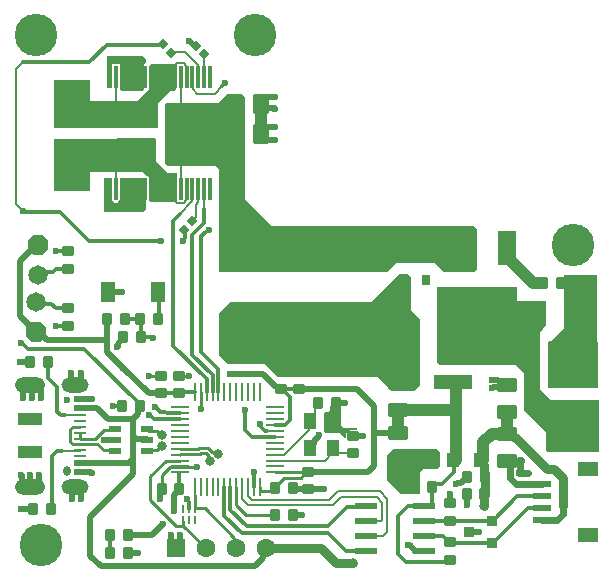
<source format=gbr>
%TF.GenerationSoftware,Altium Limited,Altium Designer,24.1.2 (44)*%
G04 Layer_Physical_Order=1*
G04 Layer_Color=255*
%FSLAX45Y45*%
%MOMM*%
%TF.SameCoordinates,21A1AB76-749C-4ABA-85A5-5522D30AEDF9*%
%TF.FilePolarity,Positive*%
%TF.FileFunction,Copper,L1,Top,Signal*%
%TF.Part,Single*%
G01*
G75*
%TA.AperFunction,SMDPad,CuDef*%
%ADD10R,3.00000X4.00000*%
%ADD11R,4.20000X4.00000*%
G04:AMPARAMS|DCode=12|XSize=0.8mm|YSize=1mm|CornerRadius=0.1mm|HoleSize=0mm|Usage=FLASHONLY|Rotation=0.000|XOffset=0mm|YOffset=0mm|HoleType=Round|Shape=RoundedRectangle|*
%AMROUNDEDRECTD12*
21,1,0.80000,0.80000,0,0,0.0*
21,1,0.60000,1.00000,0,0,0.0*
1,1,0.20000,0.30000,-0.40000*
1,1,0.20000,-0.30000,-0.40000*
1,1,0.20000,-0.30000,0.40000*
1,1,0.20000,0.30000,0.40000*
%
%ADD12ROUNDEDRECTD12*%
G04:AMPARAMS|DCode=13|XSize=1.3mm|YSize=1.1mm|CornerRadius=0.055mm|HoleSize=0mm|Usage=FLASHONLY|Rotation=90.000|XOffset=0mm|YOffset=0mm|HoleType=Round|Shape=RoundedRectangle|*
%AMROUNDEDRECTD13*
21,1,1.30000,0.99000,0,0,90.0*
21,1,1.19000,1.10000,0,0,90.0*
1,1,0.11000,0.49500,0.59500*
1,1,0.11000,0.49500,-0.59500*
1,1,0.11000,-0.49500,-0.59500*
1,1,0.11000,-0.49500,0.59500*
%
%ADD13ROUNDEDRECTD13*%
%ADD14R,2.00000X3.50000*%
G04:AMPARAMS|DCode=15|XSize=1.2mm|YSize=1.7mm|CornerRadius=0.15mm|HoleSize=0mm|Usage=FLASHONLY|Rotation=270.000|XOffset=0mm|YOffset=0mm|HoleType=Round|Shape=RoundedRectangle|*
%AMROUNDEDRECTD15*
21,1,1.20000,1.40000,0,0,270.0*
21,1,0.90000,1.70000,0,0,270.0*
1,1,0.30000,-0.70000,-0.45000*
1,1,0.30000,-0.70000,0.45000*
1,1,0.30000,0.70000,0.45000*
1,1,0.30000,0.70000,-0.45000*
%
%ADD15ROUNDEDRECTD15*%
G04:AMPARAMS|DCode=16|XSize=0.6mm|YSize=0.7mm|CornerRadius=0.075mm|HoleSize=0mm|Usage=FLASHONLY|Rotation=315.000|XOffset=0mm|YOffset=0mm|HoleType=Round|Shape=RoundedRectangle|*
%AMROUNDEDRECTD16*
21,1,0.60000,0.55000,0,0,315.0*
21,1,0.45000,0.70000,0,0,315.0*
1,1,0.15000,-0.03536,-0.35355*
1,1,0.15000,-0.35355,-0.03536*
1,1,0.15000,0.03536,0.35355*
1,1,0.15000,0.35355,0.03536*
%
%ADD16ROUNDEDRECTD16*%
%ADD17R,3.25000X4.95000*%
%ADD18R,3.25000X2.10000*%
G04:AMPARAMS|DCode=19|XSize=1.79mm|YSize=0.35mm|CornerRadius=0.04375mm|HoleSize=0mm|Usage=FLASHONLY|Rotation=90.000|XOffset=0mm|YOffset=0mm|HoleType=Round|Shape=RoundedRectangle|*
%AMROUNDEDRECTD19*
21,1,1.79000,0.26250,0,0,90.0*
21,1,1.70250,0.35000,0,0,90.0*
1,1,0.08750,0.13125,0.85125*
1,1,0.08750,0.13125,-0.85125*
1,1,0.08750,-0.13125,-0.85125*
1,1,0.08750,-0.13125,0.85125*
%
%ADD19ROUNDEDRECTD19*%
%ADD20R,0.84000X0.84000*%
%ADD21R,0.84000X0.90000*%
%ADD22R,1.50000X3.00000*%
%ADD23R,6.25000X6.60000*%
G04:AMPARAMS|DCode=24|XSize=0.6mm|YSize=0.7mm|CornerRadius=0.075mm|HoleSize=0mm|Usage=FLASHONLY|Rotation=225.000|XOffset=0mm|YOffset=0mm|HoleType=Round|Shape=RoundedRectangle|*
%AMROUNDEDRECTD24*
21,1,0.60000,0.55000,0,0,225.0*
21,1,0.45000,0.70000,0,0,225.0*
1,1,0.15000,-0.35355,0.03536*
1,1,0.15000,-0.03536,0.35355*
1,1,0.15000,0.35355,-0.03536*
1,1,0.15000,0.03536,-0.35355*
%
%ADD24ROUNDEDRECTD24*%
%TA.AperFunction,ConnectorPad*%
%ADD25R,2.00000X1.00000*%
%ADD26R,1.00000X0.27000*%
%ADD27R,1.00000X0.52000*%
%TA.AperFunction,SMDPad,CuDef*%
%ADD28R,0.25000X0.65000*%
%TA.AperFunction,ConnectorPad*%
%ADD29R,1.55000X0.60000*%
%ADD30R,1.80000X1.20000*%
%TA.AperFunction,SMDPad,CuDef*%
%ADD31O,0.25000X1.55000*%
%ADD32O,1.55000X0.25000*%
G04:AMPARAMS|DCode=33|XSize=0.8mm|YSize=1mm|CornerRadius=0.1mm|HoleSize=0mm|Usage=FLASHONLY|Rotation=90.000|XOffset=0mm|YOffset=0mm|HoleType=Round|Shape=RoundedRectangle|*
%AMROUNDEDRECTD33*
21,1,0.80000,0.80000,0,0,90.0*
21,1,0.60000,1.00000,0,0,90.0*
1,1,0.20000,0.40000,0.30000*
1,1,0.20000,0.40000,-0.30000*
1,1,0.20000,-0.40000,-0.30000*
1,1,0.20000,-0.40000,0.30000*
%
%ADD33ROUNDEDRECTD33*%
%ADD34R,1.98000X0.53000*%
%ADD35R,1.20000X1.70000*%
%ADD36R,0.97790X0.55880*%
%ADD37R,3.20000X1.30000*%
%ADD38R,1.00000X1.20000*%
%ADD39R,1.20000X1.20000*%
%ADD40R,0.80000X0.90000*%
%ADD41R,1.27000X2.10000*%
G04:AMPARAMS|DCode=42|XSize=1.4mm|YSize=1.7mm|CornerRadius=0.175mm|HoleSize=0mm|Usage=FLASHONLY|Rotation=180.000|XOffset=0mm|YOffset=0mm|HoleType=Round|Shape=RoundedRectangle|*
%AMROUNDEDRECTD42*
21,1,1.40000,1.35000,0,0,180.0*
21,1,1.05000,1.70000,0,0,180.0*
1,1,0.35000,-0.52500,0.67500*
1,1,0.35000,0.52500,0.67500*
1,1,0.35000,0.52500,-0.67500*
1,1,0.35000,-0.52500,-0.67500*
%
%ADD42ROUNDEDRECTD42*%
%TA.AperFunction,Conductor*%
%ADD43C,0.75000*%
%ADD44C,0.50000*%
%ADD45C,0.30000*%
%ADD46C,0.25400*%
%ADD47C,0.27869*%
%ADD48C,1.00000*%
%ADD49C,0.20000*%
%ADD50C,0.60000*%
%TA.AperFunction,ViaPad*%
%ADD51C,3.60000*%
%TA.AperFunction,ComponentPad*%
%ADD52C,1.65100*%
G04:AMPARAMS|DCode=53|XSize=1.651mm|YSize=1.651mm|CornerRadius=0mm|HoleSize=0mm|Usage=FLASHONLY|Rotation=90.000|XOffset=0mm|YOffset=0mm|HoleType=Round|Shape=Octagon|*
%AMOCTAGOND53*
4,1,8,0.41275,0.82550,-0.41275,0.82550,-0.82550,0.41275,-0.82550,-0.41275,-0.41275,-0.82550,0.41275,-0.82550,0.82550,-0.41275,0.82550,0.41275,0.41275,0.82550,0.0*
%
%ADD53OCTAGOND53*%

%ADD54R,0.80800X0.80800*%
G04:AMPARAMS|DCode=55|XSize=0.85mm|YSize=0.6mm|CornerRadius=0.3mm|HoleSize=0mm|Usage=FLASHONLY|Rotation=270.000|XOffset=0mm|YOffset=0mm|HoleType=Round|Shape=RoundedRectangle|*
%AMROUNDEDRECTD55*
21,1,0.85000,0.00000,0,0,270.0*
21,1,0.25000,0.60000,0,0,270.0*
1,1,0.60000,0.00000,-0.12500*
1,1,0.60000,0.00000,0.12500*
1,1,0.60000,0.00000,0.12500*
1,1,0.60000,0.00000,-0.12500*
%
%ADD55ROUNDEDRECTD55*%
%ADD56C,0.60000*%
G04:AMPARAMS|DCode=57|XSize=1.3mm|YSize=2.6mm|CornerRadius=0.65mm|HoleSize=0mm|Usage=FLASHONLY|Rotation=270.000|XOffset=0mm|YOffset=0mm|HoleType=Round|Shape=RoundedRectangle|*
%AMROUNDEDRECTD57*
21,1,1.30000,1.30000,0,0,270.0*
21,1,0.00000,2.60000,0,0,270.0*
1,1,1.30000,-0.65000,0.00000*
1,1,1.30000,-0.65000,0.00000*
1,1,1.30000,0.65000,0.00000*
1,1,1.30000,0.65000,0.00000*
%
%ADD57ROUNDEDRECTD57*%
G04:AMPARAMS|DCode=58|XSize=1.3mm|YSize=2.3mm|CornerRadius=0.65mm|HoleSize=0mm|Usage=FLASHONLY|Rotation=270.000|XOffset=0mm|YOffset=0mm|HoleType=Round|Shape=RoundedRectangle|*
%AMROUNDEDRECTD58*
21,1,1.30000,1.00000,0,0,270.0*
21,1,0.00000,2.30000,0,0,270.0*
1,1,1.30000,-0.50000,0.00000*
1,1,1.30000,-0.50000,0.00000*
1,1,1.30000,0.50000,0.00000*
1,1,1.30000,0.50000,0.00000*
%
%ADD58ROUNDEDRECTD58*%
%ADD59C,1.60000*%
%ADD60R,1.60000X1.60000*%
%TA.AperFunction,ViaPad*%
%ADD61C,0.80000*%
%ADD62C,0.60000*%
G36*
X3683000Y6908800D02*
X3683000Y6642100D01*
X3670300Y6629400D01*
X3492500D01*
X3479800Y6642100D01*
Y6813199D01*
Y6852105D01*
X3406863D01*
Y6840298D01*
X3404215Y6836335D01*
X3402323Y6826825D01*
Y6656575D01*
X3400867Y6654800D01*
X3365500D01*
Y6921500D01*
X3670300D01*
X3683000Y6908800D01*
D02*
G37*
G36*
X3959602Y6844398D02*
X3954215Y6836336D01*
X3952323Y6826825D01*
Y6656575D01*
X3954215Y6647065D01*
X3954395Y6646795D01*
X3937000Y6629400D01*
X3898900D01*
X3797300Y6527800D01*
Y6311900D01*
X2921000D01*
Y6718300D01*
X3225800D01*
Y6540500D01*
X3619500D01*
X3712535Y6633535D01*
X3712936Y6633614D01*
X3720998Y6639002D01*
X3726386Y6647064D01*
X3728278Y6656575D01*
Y6826825D01*
X3726386Y6836336D01*
X3725765Y6837265D01*
X3746500Y6858000D01*
X3946000D01*
X3959602Y6844398D01*
D02*
G37*
G36*
X3784600Y6032500D02*
X3886200Y5930900D01*
X3955526D01*
Y5895298D01*
X3954215Y5893335D01*
X3952323Y5883825D01*
Y5713575D01*
X3954215Y5704064D01*
X3955526Y5702102D01*
Y5689600D01*
X3731995D01*
X3725207Y5702300D01*
X3726385Y5704064D01*
X3728277Y5713575D01*
Y5883825D01*
X3726385Y5893335D01*
X3720998Y5901398D01*
X3712935Y5906785D01*
X3705669Y5908230D01*
X3670300Y5943600D01*
X3225800D01*
Y5778500D01*
X2921000D01*
Y6172200D01*
Y6223000D01*
X3784600D01*
Y6032500D01*
D02*
G37*
G36*
X3695700Y5867399D02*
X3695700Y5626100D01*
X3670300Y5600700D01*
X3340100D01*
Y5892800D01*
X3394957D01*
X3402323Y5883825D01*
Y5713575D01*
X3404214Y5704065D01*
X3407447Y5699227D01*
Y5676900D01*
X3473844D01*
Y5700260D01*
X3476385Y5704065D01*
X3478277Y5713575D01*
Y5883825D01*
X3478232Y5884056D01*
X3492500Y5892800D01*
X3670300D01*
X3695700Y5867399D01*
D02*
G37*
G36*
X4533900Y6578600D02*
Y5715000D01*
X4762500Y5486400D01*
X6477000D01*
X6502400Y5461000D01*
Y5118100D01*
X6477000Y5092700D01*
X6223000D01*
X6146800Y5168900D01*
X5816600D01*
X5740400Y5092700D01*
X4318000D01*
Y5969000D01*
X4292600Y5994400D01*
X3886200D01*
X3860800Y6019800D01*
Y6515100D01*
X3859833Y6516067D01*
X3864694Y6527800D01*
X4305300D01*
X4381500Y6604000D01*
X4508500D01*
X4533900Y6578600D01*
D02*
G37*
G36*
X7518400Y4114800D02*
X7112000D01*
Y4508500D01*
X7124700D01*
X7239000Y4622800D01*
Y5067300D01*
X7518400D01*
Y4114800D01*
D02*
G37*
G36*
X5943600Y5054600D02*
Y4775200D01*
X6019800Y4699000D01*
Y4140200D01*
X5969000Y4089400D01*
X5778500D01*
X5664200Y4203700D01*
X4813300D01*
X4699000Y4318000D01*
X4394200D01*
X4318000Y4394200D01*
Y4749800D01*
X4406900Y4838700D01*
X5600700D01*
X5842000Y5080000D01*
X5918200D01*
X5943600Y5054600D01*
D02*
G37*
G36*
X5274957Y3955357D02*
X5289842Y3945411D01*
X5307400Y3941918D01*
X5346700D01*
Y3797300D01*
X5372100Y3771900D01*
X5480843D01*
X5485009Y3766382D01*
X5478683Y3753682D01*
X5436200D01*
X5418642Y3750189D01*
X5403757Y3740243D01*
X5403157Y3739643D01*
X5393211Y3724758D01*
X5389718Y3707200D01*
X5392489Y3693272D01*
X5380995Y3686805D01*
X5334000Y3733800D01*
X5219700D01*
X5207000Y3746500D01*
Y3898900D01*
X5219700Y3911600D01*
X5245100D01*
X5257800Y3924300D01*
Y3958174D01*
X5270500Y3962027D01*
X5274957Y3955357D01*
D02*
G37*
G36*
X6832600Y4851400D02*
X7086600D01*
Y4648200D01*
X7035800Y4580467D01*
Y4102100D01*
X7124700Y4013200D01*
X7531100D01*
Y3568700D01*
X7099300D01*
X7086600Y3581400D01*
Y3733800D01*
X6896100Y3924300D01*
X6896099Y4241801D01*
X6832601Y4305300D01*
X6184900D01*
X6159500Y4330700D01*
Y4965700D01*
X6832600D01*
Y4851400D01*
D02*
G37*
G36*
X6184900Y3568700D02*
Y3454400D01*
X6159500Y3429000D01*
X6045200D01*
X6019800Y3403600D01*
Y3225800D01*
X6007100Y3213100D01*
X5854700D01*
X5740400Y3327399D01*
Y3543300D01*
X5791200Y3594100D01*
X6159500D01*
X6184900Y3568700D01*
D02*
G37*
D10*
X3073400Y5994400D02*
D03*
Y6527800D02*
D03*
D11*
X7315200Y4305300D02*
D03*
Y3771900D02*
D03*
D12*
X6415117Y3356425D02*
D03*
X6565117D02*
D03*
X6411472Y3215009D02*
D03*
X6561472D02*
D03*
X2739725Y3086699D02*
D03*
X2889724D02*
D03*
X2719000Y4330700D02*
D03*
X2869000D02*
D03*
X5970200Y3276600D02*
D03*
X6120200D02*
D03*
X4939100Y3035300D02*
D03*
X4789100D02*
D03*
X3366700Y4699000D02*
D03*
X3516700Y4699000D02*
D03*
X3796100D02*
D03*
X3646100D02*
D03*
X5307400Y3987800D02*
D03*
X5157400D02*
D03*
X3506400Y4546600D02*
D03*
X3656400D02*
D03*
X3493700Y3962400D02*
D03*
X3643700D02*
D03*
X4939100Y3263900D02*
D03*
X4789100D02*
D03*
X3828930Y3256306D02*
D03*
X3978930D02*
D03*
X3542100Y2717800D02*
D03*
X3392100D02*
D03*
X3542100Y2870200D02*
D03*
X3392100D02*
D03*
X7062400Y5003800D02*
D03*
X7212400D02*
D03*
D13*
X5276600Y3836100D02*
D03*
X5086600D02*
D03*
X5276600Y3606100D02*
D03*
X5086600D02*
D03*
D14*
X5308600Y5269900D02*
D03*
Y4559900D02*
D03*
X4419600Y5269900D02*
D03*
Y4559900D02*
D03*
D15*
X6756400Y4140200D02*
D03*
X5829300Y4152900D02*
D03*
Y3924300D02*
D03*
Y3505200D02*
D03*
Y3733800D02*
D03*
X6756400Y3492500D02*
D03*
Y3721100D02*
D03*
Y3911600D02*
D03*
D16*
X4117545Y7007655D02*
D03*
X4188256Y6936944D02*
D03*
X3838144Y7020356D02*
D03*
X3908855Y6949645D02*
D03*
D17*
X4017800Y6270200D02*
D03*
D18*
X3612799Y6125200D02*
D03*
X3612800Y6415200D02*
D03*
D19*
X3390301Y6741699D02*
D03*
X3440300D02*
D03*
X3490300Y6741700D02*
D03*
X3540300Y6741700D02*
D03*
X3590300D02*
D03*
X3640300Y6741700D02*
D03*
X3690300D02*
D03*
X3740300D02*
D03*
X3790300D02*
D03*
X3840300Y6741700D02*
D03*
X3890300D02*
D03*
X3940300D02*
D03*
X3990300D02*
D03*
X4040300D02*
D03*
X4090300Y6741701D02*
D03*
X4140300Y6741700D02*
D03*
X4190300D02*
D03*
X4240299Y6741700D02*
D03*
X4240300Y5798700D02*
D03*
X4190300Y5798700D02*
D03*
X4140300D02*
D03*
X4090300D02*
D03*
X4040300D02*
D03*
X3990300D02*
D03*
X3940300D02*
D03*
X3890300D02*
D03*
X3840300D02*
D03*
X3790300Y5798700D02*
D03*
X3740300Y5798700D02*
D03*
X3690300D02*
D03*
X3640300D02*
D03*
X3590300Y5798700D02*
D03*
X3540300D02*
D03*
X3490300D02*
D03*
X3440300Y5798700D02*
D03*
X3390300D02*
D03*
D20*
X6427800Y2895600D02*
D03*
X6627800Y2801600D02*
D03*
D21*
Y2989600D02*
D03*
D22*
X6299200Y5295700D02*
D03*
X6756400D02*
D03*
D23*
X6527800Y4635700D02*
D03*
D24*
X4015944Y5451044D02*
D03*
X4086655Y5521755D02*
D03*
D25*
X2717100Y3568400D02*
D03*
Y3848400D02*
D03*
D26*
X3137100Y3533400D02*
D03*
X3137100Y3583400D02*
D03*
Y3633400D02*
D03*
Y3683400D02*
D03*
Y3733400D02*
D03*
X3137100Y3783400D02*
D03*
Y3833400D02*
D03*
Y3883400D02*
D03*
D27*
X3137100Y3398400D02*
D03*
Y3473400D02*
D03*
Y3943400D02*
D03*
Y4018400D02*
D03*
D28*
X4109985Y3089790D02*
D03*
X4059985D02*
D03*
X4009985D02*
D03*
Y2994790D02*
D03*
X4059985D02*
D03*
X4109985D02*
D03*
D29*
X7048500Y3297200D02*
D03*
Y3197200D02*
D03*
Y3097200D02*
D03*
Y2997200D02*
D03*
D30*
X7436000Y2867200D02*
D03*
Y3427200D02*
D03*
D31*
X4660400Y3269800D02*
D03*
X4610400D02*
D03*
X4560400D02*
D03*
X4510400D02*
D03*
X4460400Y3269800D02*
D03*
X4410400D02*
D03*
X4360400Y3269800D02*
D03*
X4310400D02*
D03*
X4260400D02*
D03*
X4210400D02*
D03*
X4160400D02*
D03*
X4110400D02*
D03*
Y4074800D02*
D03*
X4160400Y4074800D02*
D03*
X4210400D02*
D03*
X4260400D02*
D03*
X4310400Y4074800D02*
D03*
X4360400D02*
D03*
X4410400Y4074800D02*
D03*
X4460400D02*
D03*
X4510400D02*
D03*
X4560400D02*
D03*
X4610400D02*
D03*
X4660400Y4074800D02*
D03*
D32*
X3982900Y3397300D02*
D03*
X3982900Y3447300D02*
D03*
Y3497300D02*
D03*
Y3547300D02*
D03*
Y3597300D02*
D03*
Y3647300D02*
D03*
Y3697300D02*
D03*
X3982900Y3747300D02*
D03*
X3982900Y3797300D02*
D03*
Y3847300D02*
D03*
Y3897300D02*
D03*
X3982900Y3947300D02*
D03*
X4787900D02*
D03*
Y3897300D02*
D03*
Y3847300D02*
D03*
Y3797300D02*
D03*
Y3747300D02*
D03*
Y3697300D02*
D03*
Y3647300D02*
D03*
Y3597300D02*
D03*
Y3547300D02*
D03*
Y3497300D02*
D03*
Y3447300D02*
D03*
X4787900Y3397300D02*
D03*
D33*
X6273800Y2805500D02*
D03*
Y2655500D02*
D03*
Y2985700D02*
D03*
Y3135700D02*
D03*
X5448300Y3707200D02*
D03*
Y3557200D02*
D03*
X3822700Y4215200D02*
D03*
Y4065200D02*
D03*
X4838700Y4253300D02*
D03*
Y4103300D02*
D03*
X3975100Y4215200D02*
D03*
Y4065200D02*
D03*
X5067300Y3252400D02*
D03*
Y3402400D02*
D03*
X4991100Y4253300D02*
D03*
Y4103300D02*
D03*
X3035300Y4636700D02*
D03*
Y4786700D02*
D03*
Y5269300D02*
D03*
Y5119300D02*
D03*
D34*
X6050400Y3111500D02*
D03*
Y2984500D02*
D03*
Y2857500D02*
D03*
Y2730500D02*
D03*
X5557400D02*
D03*
Y2857500D02*
D03*
Y2984500D02*
D03*
Y3111500D02*
D03*
D35*
X3377300Y4927600D02*
D03*
X3797300D02*
D03*
D36*
X3432175Y3765300D02*
D03*
Y3670300D02*
D03*
X3432175Y3575300D02*
D03*
X3705225D02*
D03*
X3705225Y3670300D02*
D03*
Y3765300D02*
D03*
D37*
X6299200Y4164900D02*
D03*
D38*
X6528200Y3505900D02*
D03*
X6299200D02*
D03*
D39*
X6070200D02*
D03*
D40*
X5880600Y5029200D02*
D03*
X6070600D02*
D03*
X5975600Y5229200D02*
D03*
D41*
X7412100Y4737100D02*
D03*
X7015100D02*
D03*
D42*
X4673600Y6515100D02*
D03*
X4445000D02*
D03*
X4673600Y6261100D02*
D03*
X4445000D02*
D03*
D43*
X5447343Y2629857D02*
X5448300Y2628900D01*
X5307643Y2629857D02*
X5447343D01*
X5181600Y2755900D02*
X5307643Y2629857D01*
X4711700Y2755900D02*
X5181600D01*
X6565117Y3205982D02*
Y3356425D01*
X6553822Y3495678D02*
Y3506122D01*
X6781800Y3720700D02*
Y3721100D01*
X6559986Y3200851D02*
X6565117Y3205982D01*
X6559986Y3114030D02*
Y3200851D01*
X6562617Y3358925D02*
X6565117Y3356425D01*
X6540700Y3483400D02*
X6562617Y3461483D01*
X6540700Y3483400D02*
Y3495678D01*
X6562617Y3358925D02*
Y3461483D01*
X6803900Y3698600D02*
X6819010D01*
X6781800Y3720700D02*
X6803900Y3698600D01*
X6819010D02*
X7088610Y3429000D01*
X7150100D01*
X7226300Y3111500D02*
Y3352800D01*
X7150100Y3429000D02*
X7226300Y3352800D01*
D44*
X4709787Y6478913D02*
X4785987D01*
X4787900Y6477000D01*
X4673600Y6515100D02*
X4709787Y6478913D01*
X4718600Y6575100D02*
X4781694D01*
X4785194Y6578600D02*
X4787900D01*
X4673600Y6515100D02*
Y6530100D01*
X4718600Y6575100D01*
X4781694D02*
X4785194Y6578600D01*
X4673600Y6257213D02*
X4718600Y6212213D01*
X4785987D01*
X4787900Y6210300D01*
X4673600Y6257213D02*
Y6261100D01*
Y6276100D02*
X4718600Y6321100D01*
X4735187Y6322687D02*
X4785987D01*
X4673600Y6261100D02*
Y6276100D01*
X4718600Y6321100D02*
X4733600D01*
X4735187Y6322687D01*
X4785987D02*
X4787900Y6324600D01*
X4108063Y7005245D02*
X4115134D01*
X4064145Y7049162D02*
X4108063Y7005245D01*
X4115134D02*
X4117545Y7007655D01*
X4061439Y7049162D02*
X4064145D01*
X3456313Y4486513D02*
X3506400Y4536600D01*
X3456313Y4459613D02*
Y4486513D01*
X3454400Y4457700D02*
X3456313Y4459613D01*
X3506400Y4536600D02*
Y4546600D01*
X3147687Y4239887D02*
X3149600Y4241800D01*
X3147687Y4177355D02*
Y4239887D01*
X3110732Y4140400D02*
X3147687Y4177355D01*
X2768600Y4584700D02*
X2792410D01*
X3366700Y4418400D02*
Y4515906D01*
X2792410Y4584700D02*
X2861204Y4515906D01*
X3366700D02*
Y4699000D01*
X2861204Y4515906D02*
X3366700D01*
X3542100Y2870200D02*
X3747088D01*
X3841038Y2964151D01*
X3978930Y3246306D02*
Y3256306D01*
X3937000Y3073400D02*
Y3204376D01*
X3978930Y3246306D01*
X3813930Y3171033D02*
Y3241306D01*
X3828930Y3256306D01*
X3345971Y3671090D02*
X3427030D01*
X3345181Y3671881D02*
X3345971Y3671090D01*
X3427030D02*
X3429998Y3668123D01*
X6629400Y4178300D02*
X6631313Y4176387D01*
X6675065Y4175200D02*
X6721400D01*
X6631313Y4176387D02*
X6673879D01*
X6675065Y4175200D01*
X6709887Y4116713D02*
X6721400Y4105200D01*
X6631313Y4116713D02*
X6709887D01*
X6629400Y4114800D02*
X6631313Y4116713D01*
X6721400Y4105200D02*
X6756400Y4140200D01*
X6721400Y4175200D02*
X6756400Y4140200D01*
X4620352Y2603348D02*
X4690653Y2673649D01*
X3225800Y2692400D02*
X3314852Y2603348D01*
X4620352D01*
X3225800Y2692400D02*
Y3021494D01*
X3586097Y3381791D02*
Y3509897D01*
X3225800Y3021494D02*
X3586097Y3381791D01*
X4690653Y2734853D02*
X4711700Y2755900D01*
X4690653Y2673649D02*
Y2734853D01*
X3586097Y3509897D02*
Y3713427D01*
X3542100Y2717800D02*
X3632200D01*
X3366700Y4418400D02*
X3505200Y4279900D01*
X5829300Y3733800D02*
X5854700D01*
X5626100D02*
X5829300D01*
X5626100Y3454400D02*
Y3733800D01*
X4406900Y4229100D02*
X4687565D01*
X2628900Y4724400D02*
X2768600Y4584700D01*
X3505200Y4279900D02*
X3719900Y4065200D01*
X4823700Y4118300D02*
X4838700Y4103300D01*
X4687565Y4229100D02*
X4798365Y4118300D01*
X4823700D01*
X5116600Y3636100D02*
Y3660634D01*
X5163925Y3707959D01*
X5086600Y3606100D02*
X5116600Y3636100D01*
X5067838Y3252938D02*
X5203971D01*
X5204509Y3253476D01*
X5067300Y3252400D02*
X5067838Y3252938D01*
X5061550Y3258150D02*
X5067300Y3252400D01*
X3949700Y2755900D02*
X3987800Y2794000D01*
Y2870200D01*
X3911600Y2794000D02*
Y2870200D01*
Y2794000D02*
X3949700Y2755900D01*
X3138100Y3397400D02*
X3229294D01*
X3235794Y3390900D01*
X3238500D01*
X3137100Y3398400D02*
X3138100Y3397400D01*
X3111445Y3276400D02*
X3148400Y3239445D01*
Y3176200D02*
Y3239445D01*
X3099600Y3276400D02*
X3111445D01*
X3148400Y3176200D02*
X3149600Y3175000D01*
X3074600Y3251400D02*
X3099600Y3276400D01*
X3074600Y3176200D02*
Y3251400D01*
X3073400Y3175000D02*
X3074600Y3176200D01*
X2641600Y3086100D02*
X2641899Y3086399D01*
X2739425D02*
X2739725Y3086699D01*
X2641899Y3086399D02*
X2739425D01*
X2792087Y3313355D02*
Y3376287D01*
X2717100Y3276400D02*
X2755132D01*
X2792087Y3313355D01*
Y3376287D02*
X2794000Y3378200D01*
X2717450Y3276750D02*
Y3377850D01*
X2717100Y3276400D02*
X2717450Y3276750D01*
Y3377850D02*
X2717800Y3378200D01*
X2643513Y3313355D02*
Y3376287D01*
X2680468Y3276400D02*
X2717100D01*
X2643513Y3313355D02*
X2680468Y3276400D01*
X2641600Y3378200D02*
X2643513Y3376287D01*
X3137708Y4019007D02*
X3236221D01*
X3137100Y4018400D02*
X3137708Y4019007D01*
X3236221D02*
X3236828Y4019615D01*
X3099600Y4140400D02*
X3110732D01*
X3062613Y4177355D02*
X3099568Y4140400D01*
X3099600D01*
X3062613Y4177355D02*
Y4239887D01*
X3060700Y4241800D02*
X3062613Y4239887D01*
X2804787Y4027813D02*
Y4096065D01*
Y4027813D02*
X2806700Y4025900D01*
X2717100Y4140400D02*
X2760452D01*
X2804787Y4096065D01*
X2729300Y4027100D02*
X2730500Y4025900D01*
X2717100Y4140400D02*
X2729300Y4128200D01*
Y4027100D02*
Y4128200D01*
X2655500Y4027100D02*
Y4103445D01*
X2654300Y4025900D02*
X2655500Y4027100D01*
X2692455Y4140400D02*
X2717100D01*
X2655500Y4103445D02*
X2692455Y4140400D01*
X2628900Y4330700D02*
X2719000D01*
X3377300Y4927600D02*
X3492500D01*
X4673600Y6511213D02*
Y6515100D01*
X6400117Y3331425D02*
X6415117Y3346425D01*
X6390117Y3331425D02*
X6400117D01*
X6326513Y3303913D02*
X6362605D01*
X6415117Y3346425D02*
Y3356425D01*
X6362605Y3303913D02*
X6390117Y3331425D01*
X6324600Y3302000D02*
X6326513Y3303913D01*
X6273800Y3135700D02*
Y3213100D01*
X6412486Y3125214D02*
Y3213995D01*
Y3125214D02*
X6413500Y3124200D01*
X6411472Y3215009D02*
X6412486Y3213995D01*
X6427800Y2895600D02*
X6515100D01*
X5929013Y2779387D02*
X5977900Y2730500D01*
X5918200Y2781300D02*
X5920113Y2779387D01*
X5977900Y2730500D02*
X6050400D01*
X5920113Y2779387D02*
X5929013D01*
X4939100Y3035300D02*
X5016500D01*
X4939100Y3263900D02*
X4944850Y3258150D01*
X5061550D01*
X5971706Y3467100D02*
X5975506Y3470900D01*
X5969000Y3467100D02*
X5971706D01*
X6035200Y3470900D02*
X6070200Y3505900D01*
X5975506Y3470900D02*
X6035200D01*
X5969600Y3277200D02*
Y3390300D01*
X5969000Y3390900D02*
X5969600Y3390300D01*
Y3277200D02*
X5970200Y3276600D01*
X5843187Y3505200D02*
X5878187Y3470200D01*
Y3392813D02*
X5880100Y3390900D01*
X5829300Y3505200D02*
X5843187D01*
X5878187Y3392813D02*
Y3470200D01*
X5793113D02*
X5828113Y3505200D01*
X5791200Y3390900D02*
X5793113Y3392813D01*
X5828113Y3505200D02*
X5829300D01*
X5793113Y3392813D02*
Y3470200D01*
X5436200Y3707800D02*
X5536600D01*
X5435600Y3707200D02*
X5436200Y3707800D01*
X5536600D02*
X5537200Y3708400D01*
X5307400Y3987800D02*
X5384800D01*
X2766474Y5321300D02*
X2781300D01*
X2628900Y5183726D02*
X2766474Y5321300D01*
X2628900Y4724400D02*
Y5183726D01*
X3719900Y4065200D02*
X3822700D01*
X3580727Y3850940D02*
X3586097Y3845570D01*
X3375360Y3850940D02*
X3580727D01*
X3137100Y3943400D02*
X3282900D01*
X3375360Y3850940D01*
X3549600Y3473400D02*
X3586097Y3509897D01*
X3137100Y3473400D02*
X3549600D01*
X3628700Y3888173D02*
Y3947400D01*
X3586097Y3713427D02*
Y3845570D01*
X3628700Y3888173D01*
X3615387Y3684138D02*
X3704087D01*
X3586097Y3713427D02*
X3615387Y3684138D01*
X3704087D02*
X3705225Y3683000D01*
X3628700Y3947400D02*
X3643700Y3962400D01*
X5626100Y3733800D02*
Y3958510D01*
X5481311Y4103300D02*
X5626100Y3958510D01*
X4991100Y4103300D02*
X5481311D01*
X5067300Y3402400D02*
X5574100D01*
X5626100Y3454400D01*
D45*
X2648760Y4492683D02*
X2697299Y4444145D01*
X2640642Y4492683D02*
X2648760D01*
X2697299Y4444145D02*
X3171955D01*
X3643700Y3972400D01*
Y3962400D02*
Y3972400D01*
X2946400Y3910328D02*
Y4117521D01*
X2869000Y4194921D02*
X2946400Y4117521D01*
Y3910328D02*
X2973865Y3882862D01*
X4089400Y4394200D02*
Y5410209D01*
Y4394200D02*
X4260400Y4223200D01*
X4089400Y5410209D02*
X4190523Y5511331D01*
X4165600Y4419600D02*
X4310400Y4274800D01*
Y4074800D02*
Y4274800D01*
X4165600Y4419600D02*
Y5395312D01*
X3771900Y3949700D02*
X3780018D01*
X3818258Y3911460D02*
X3860940D01*
X3780018Y3949700D02*
X3818258Y3911460D01*
X3860940D02*
X3875100Y3897300D01*
X3982900D01*
X3729473Y3884700D02*
X3766873Y3847300D01*
X3721355Y3884700D02*
X3729473D01*
X3766873Y3847300D02*
X3982900D01*
X3663360Y4539640D02*
X3753460D01*
X3759200Y4533900D01*
X3656400Y4546600D02*
X3663360Y4539640D01*
X4533900Y3759200D02*
Y3924300D01*
X4667599Y3785426D02*
X4703225Y3749800D01*
X4725400D01*
X4533900Y3759200D02*
X4595800Y3697300D01*
X4787900D01*
X4667599Y3785426D02*
Y3804986D01*
X4661859Y3810726D02*
X4667599Y3804986D01*
X6301308Y3482608D02*
X6324600Y3505900D01*
X4013296Y5361782D02*
X4030501Y5378987D01*
X4015944Y5429831D02*
Y5451044D01*
X4030501Y5378987D02*
Y5415274D01*
X4015944Y5429831D02*
X4030501Y5415274D01*
X4013296Y5353664D02*
Y5361782D01*
X2667000Y5600700D02*
X2971800D01*
X3213100Y5359400D01*
X3822700D01*
X2654300Y6870700D02*
X3217938D01*
X3364058Y7016820D01*
X3834609D01*
X4610250Y3269950D02*
Y3403450D01*
Y3269950D02*
X4610400Y3269800D01*
X4610100Y3403600D02*
X4610250Y3403450D01*
X3416300Y3962400D02*
X3493700D01*
X4059985Y3089790D02*
Y3147856D01*
X4047473Y3160368D02*
X4059985Y3147856D01*
X4047473Y3160368D02*
Y3168485D01*
X2936630Y5269140D02*
X3035140D01*
X3035300Y5269300D01*
X2936470Y5268980D02*
X2936630Y5269140D01*
X2934300Y4636100D02*
X3034700D01*
X2933700Y4635500D02*
X2934300Y4636100D01*
X3034700D02*
X3035300Y4636700D01*
X4165600Y5395312D02*
X4203588Y5433300D01*
X4220982Y5448300D02*
X4229100D01*
X4203588Y5433300D02*
X4205982D01*
X4220982Y5448300D01*
X4190523Y5511331D02*
Y5626577D01*
X4260400Y4074800D02*
Y4223200D01*
X3392100Y2717800D02*
Y2870200D01*
X6144474Y3300874D02*
X6205599D01*
X6301308Y3396583D02*
Y3482608D01*
X6205599Y3300874D02*
X6301308Y3396583D01*
X6120200Y3276600D02*
X6144474Y3300874D01*
X6120200Y3123000D02*
Y3276600D01*
X5829300Y2707360D02*
X5897655Y2639005D01*
X5829300Y2707360D02*
Y3024405D01*
X5897655Y2639005D02*
X6257305D01*
X5829300Y3024405D02*
X5914556Y3109661D01*
X6048561D01*
X5390626Y2730500D02*
X5557400D01*
X5239938Y2881188D02*
X5390626Y2730500D01*
X4510212Y2881188D02*
X5239938D01*
X4360400Y3031000D02*
X4510212Y2881188D01*
X4410400Y3082600D02*
X4549943Y2943057D01*
X5241757D01*
X5398700Y3100000D01*
X5545900D01*
X2894400Y3086100D02*
X2901843Y3093543D01*
Y3536843D02*
X2946400Y3581400D01*
X2901843Y3093543D02*
Y3536843D01*
X2946400Y3581400D02*
X2984500D01*
X2973865Y3882862D02*
X3009900D01*
X2869000Y4194921D02*
Y4330700D01*
X2935079Y5119300D02*
X3035300D01*
X2781300Y5067300D02*
X2807071Y5093071D01*
X2908850D01*
X2935079Y5119300D01*
X2933700Y4787900D02*
X3034100D01*
X3035300Y4786700D01*
X2896150Y4825450D02*
X2933700Y4787900D01*
X2768600Y4838700D02*
X2781850Y4825450D01*
X2896150D01*
X4343400Y6667500D02*
X4368800Y6692900D01*
X4210400Y4074800D02*
Y4184300D01*
X3924300Y4470400D02*
X4210400Y4184300D01*
X3978930Y3256306D02*
Y3394800D01*
X3924300Y5525450D02*
X3986850Y5588000D01*
X3924300Y4470400D02*
Y5525450D01*
X3984747Y4074847D02*
X4107900D01*
X3975100Y4065200D02*
X3984747Y4074847D01*
X3822700Y4065200D02*
X3975100D01*
X3808800Y4926400D02*
X3810000Y4927600D01*
X3808800Y4699000D02*
Y4926400D01*
X3651250Y4551750D02*
Y4693850D01*
X3646100Y4699000D02*
X3651250Y4693850D01*
Y4551750D02*
X3656400Y4546600D01*
X3516700Y4699000D02*
X3646100D01*
X6842100Y3197200D02*
X7048500D01*
X6634500Y2989600D02*
X6842100Y3197200D01*
X6551600Y2989600D02*
X6634500D01*
X6547700Y2985700D02*
X6551600Y2989600D01*
X6932600Y3097200D02*
X7048500D01*
X6551600Y2801600D02*
X6637000D01*
X6932600Y3097200D01*
X4410400Y3082600D02*
Y3269800D01*
X4360400Y3031000D02*
Y3269800D01*
X5545900Y3100000D02*
X5557400Y3111500D01*
X4870075Y3797300D02*
X4914900Y3842125D01*
X4787900Y3797300D02*
X4870075D01*
X4848700Y4103300D02*
X4991100D01*
X4838700D02*
X4848700D01*
X4914900Y4037100D01*
Y3842125D02*
Y4037100D01*
X6273800Y2985700D02*
X6623900D01*
X6273800Y2805500D02*
X6275750Y2803550D01*
X6625850D01*
X6549650D02*
X6551600Y2801600D01*
X6211800Y2857500D02*
X6263800Y2805500D01*
X6273800D01*
X6050400Y2857500D02*
X6211800D01*
X6051000Y2985100D02*
X6273200D01*
X6273800Y2985700D01*
X6050400Y2984500D02*
X6051000Y2985100D01*
X6108700Y3111500D02*
X6120200Y3123000D01*
X6050400Y3111500D02*
X6108700D01*
X6257305Y2639005D02*
X6273800Y2655500D01*
D46*
X4460600Y3121300D02*
X4544700Y3037200D01*
X4789100D01*
X3733800Y3162300D02*
Y3365500D01*
Y3162300D02*
X3950500Y2945600D01*
X4014000D01*
X3975700Y4215800D02*
X4063400D01*
X4064000Y4216400D01*
X3975100Y4215200D02*
X3975700Y4215800D01*
X3822100D02*
X3822700Y4215200D01*
X3721700Y4215800D02*
X3822100D01*
X3721100Y4216400D02*
X3721700Y4215800D01*
X4160600Y3942000D02*
Y4074600D01*
X4160400Y4074800D02*
X4160600Y4074600D01*
Y3942000D02*
X4165600Y3937000D01*
X3983100Y3447100D02*
X4122100D01*
X4127500Y3441700D01*
X3982900Y3447300D02*
X3983100Y3447100D01*
X3903778D02*
X3982700D01*
X3828930Y3372253D02*
X3903778Y3447100D01*
X3828930Y3256306D02*
Y3372253D01*
X3982700Y3447100D02*
X3982900Y3447300D01*
X4788100Y3397500D02*
X5052400D01*
X5057300Y3402400D01*
X5007700Y3352800D02*
X5052400Y3397500D01*
X4868000Y3352800D02*
X5007700D01*
X4789100Y3263900D02*
Y3273900D01*
X4868000Y3352800D01*
X5057300Y3402400D02*
X5067300D01*
X4787900Y3397300D02*
X4788100Y3397500D01*
X4011332Y2945600D02*
X4175632Y2781300D01*
X4216400D01*
X4011332Y2945600D02*
Y2982871D01*
X4110600Y3205000D02*
X4110796Y3204804D01*
Y3098327D02*
Y3204804D01*
X3733800Y3365500D02*
X3865400Y3497100D01*
X3982700D01*
X3982900Y3497300D01*
X4460600Y3121300D02*
Y3269600D01*
X4444041Y2805377D02*
Y2845759D01*
X4114000Y3095500D02*
X4194300D01*
X4468118Y2781300D02*
X4470400D01*
X4194300Y3095500D02*
X4444041Y2845759D01*
Y2805377D02*
X4468118Y2781300D01*
X4660600Y3238500D02*
X4763700D01*
X4789100Y3263900D01*
X4660400Y3238700D02*
X4660600Y3238500D01*
X4660400Y3238700D02*
Y3269800D01*
X4460400Y3269800D02*
X4460600Y3269600D01*
D47*
X3821293Y3624300D02*
X3835400D01*
X3786299Y3589306D02*
X3821293Y3624300D01*
X3719230Y3589306D02*
X3786299D01*
X3705225Y3575300D02*
X3719230Y3589306D01*
X3821293Y3716300D02*
X3835400D01*
X3719231Y3751295D02*
X3786299D01*
X3705225Y3765300D02*
X3719231Y3751295D01*
X3786299D02*
X3821293Y3716300D01*
X4068284Y3592584D02*
X4136000D01*
X4145394Y3601978D02*
X4222954D01*
X4258957Y3565975D01*
X4295325D01*
X4305300Y3556000D01*
X4230271Y3500921D02*
Y3537289D01*
X4152804Y3552016D02*
X4162198Y3561409D01*
X4065002Y3595866D02*
X4068284Y3592584D01*
X4068283Y3552016D02*
X4152804D01*
X3984334Y3548734D02*
X4065002D01*
X3982900Y3597300D02*
X3984334Y3595866D01*
X4230271Y3500921D02*
X4240246Y3490946D01*
X4136000Y3592584D02*
X4145394Y3601978D01*
X4206150Y3561409D02*
X4230271Y3537289D01*
X4162198Y3561409D02*
X4206150D01*
X4065002Y3548734D02*
X4068283Y3552016D01*
X3982900Y3547300D02*
X3984334Y3548734D01*
Y3595866D02*
X4065002D01*
X3136666Y3782966D02*
X3137100Y3783400D01*
X3136666Y3633834D02*
X3137100Y3633400D01*
X3075175Y3782966D02*
X3136666D01*
X3053166Y3760956D02*
X3075175Y3782966D01*
X3053166Y3655844D02*
X3075175Y3633834D01*
X3136666D01*
X3053166Y3655844D02*
Y3760956D01*
X3139011Y3685311D02*
Y3731489D01*
X3422308Y3585168D02*
X3432175Y3575300D01*
X3341477Y3585168D02*
X3422308D01*
X3286148Y3640497D02*
X3341477Y3585168D01*
X3260679Y3638116D02*
X3263061Y3640497D01*
X3203307Y3638116D02*
X3260679D01*
X3199025Y3633834D02*
X3203307Y3638116D01*
X3137534Y3633834D02*
X3199025D01*
X3263949Y3681066D02*
X3341477Y3758594D01*
X3425469D01*
X3243875Y3678685D02*
X3246257Y3681066D01*
X3199025Y3682966D02*
X3203306Y3678685D01*
X3246257Y3681066D02*
X3263949D01*
X3137534Y3682966D02*
X3199025D01*
X3263061Y3640497D02*
X3286148D01*
X3137100Y3683400D02*
X3137534Y3682966D01*
X3203306Y3678685D02*
X3243875D01*
X3425469Y3758594D02*
X3432175Y3765300D01*
X3137100Y3633400D02*
X3137534Y3633834D01*
D48*
X4445000Y5956300D02*
Y6248400D01*
X4443810Y5491560D02*
Y5878910D01*
X4445000Y5880100D02*
Y5956300D01*
X4432036Y5479786D02*
X4443810Y5491560D01*
X4432300Y6261100D02*
Y6487400D01*
Y6261100D02*
X4445000Y6248400D01*
X6324600Y3505900D02*
Y3911600D01*
Y4164900D01*
X6624479Y3721100D02*
X6781800D01*
X4673600Y6276100D02*
Y6511213D01*
X4432036Y5282336D02*
Y5479786D01*
X4419600Y5269900D02*
X4432036Y5282336D01*
X4457700Y5269900D02*
X5308600D01*
X5761484D01*
X5763803Y5267582D01*
X5973282D02*
X5975600Y5269900D01*
X5763803Y5267582D02*
X5973282D01*
X5975600Y5269900D02*
X6274200D01*
X6756400Y3721100D02*
Y3911600D01*
X5829300Y3733800D02*
Y3924300D01*
X6781400Y5195700D02*
X6972963Y5004137D01*
X7045461D01*
X6781400Y5195700D02*
Y5270700D01*
X6756400Y5295700D02*
X6781400Y5270700D01*
X6527800Y4635700D02*
X6629200Y4737100D01*
X7015100D01*
X5854700Y3924300D02*
X6311900D01*
X6324600Y3911600D01*
X3073400Y5981700D02*
X3114901Y6023201D01*
Y6030001D01*
X3173400Y6088500D02*
X3488700D01*
X3114901Y6023201D02*
X3116999D01*
X3114901Y6030001D02*
X3173400Y6088500D01*
X3488700D02*
X3504500Y6072700D01*
X3504499Y6449189D02*
Y6467700D01*
X3135704Y6447358D02*
X3484158D01*
X3504499Y6467700D01*
X3555300Y6415200D02*
X3612800D01*
X3073400Y6515100D02*
X3111996D01*
X3503650Y6466850D02*
X3555300Y6415200D01*
X3111996Y6471066D02*
X3135704Y6447358D01*
X4399338Y6454438D02*
X4445000Y6500100D01*
X4017800Y6455825D02*
X4126100D01*
X4127487Y6454438D02*
X4399338D01*
X4445000Y6500100D02*
Y6515100D01*
X6274200Y5269900D02*
X6299200Y5294900D01*
Y5295700D01*
X6553822Y3506122D02*
Y3650443D01*
X6624479Y3721100D01*
D49*
X2594770Y5672930D02*
X2667000Y5600700D01*
X2594770Y6811170D02*
X2654300Y6870700D01*
X2594770Y5672930D02*
Y6811170D01*
X3834609Y7016820D02*
X3838144Y7020356D01*
X4594399Y3162300D02*
X4594936Y3161764D01*
X4592796Y3162300D02*
X4594399D01*
X4560400Y3269800D02*
X4561357Y3268843D01*
Y3193739D02*
X4592796Y3162300D01*
X4594936Y3161764D02*
X5244564D01*
X4561357Y3193739D02*
Y3268843D01*
X5244564Y3161764D02*
X5321300Y3238500D01*
X3440299Y5651837D02*
X3440300D01*
X3487800Y5699337D01*
Y5796200D01*
X3490300Y5798700D02*
X3540300D01*
X3487800Y5796200D02*
X3490300Y5798700D01*
X3540300D02*
X3590300D01*
X3690300D01*
X3392800Y5699336D02*
X3440299Y5651837D01*
X3392800Y6857021D02*
X3411526Y6875746D01*
X3437810D02*
X3445464Y6883400D01*
X3392800Y6744200D02*
Y6857021D01*
X3411526Y6875746D02*
X3437810D01*
X3464159D02*
X3487800Y6852105D01*
X3441700Y6883400D02*
X3449354Y6875746D01*
X3487800Y6821200D02*
Y6852105D01*
X3449354Y6875746D02*
X3464159D01*
X3490300Y6741700D02*
Y6818700D01*
X3487800Y6821200D02*
X3490300Y6818700D01*
Y6741700D02*
X3690300D01*
X3390300Y6741699D02*
X3392800Y6744200D01*
X5429906Y3562894D02*
X5435600Y3557200D01*
X5276600Y3606100D02*
X5319806Y3562894D01*
X5429906D01*
X5277857Y3118857D02*
X5346700Y3187700D01*
X4564643Y3118857D02*
X5277857D01*
X4511356Y3172144D02*
X4564643Y3118857D01*
X3135100Y3581400D02*
X3137100Y3583400D01*
X2984500Y3581400D02*
X3135100D01*
X3009900Y3882862D02*
X3136562D01*
X3421789Y6449189D02*
X3440300Y6467700D01*
X3744050Y6737950D02*
X3747800Y6741700D01*
X3740300Y6734200D02*
X3744050Y6737950D01*
X3890300Y6741700D02*
X3940300D01*
X3840300D02*
X3890300D01*
X3440300Y6467700D02*
Y6741699D01*
X4279900Y6604000D02*
X4343400Y6667500D01*
X4131137Y6604000D02*
X4279900D01*
X4092800Y6642337D02*
X4131137Y6604000D01*
X4090300Y6741701D02*
X4092800Y6739201D01*
Y6642337D02*
Y6739201D01*
X3912391Y6953181D02*
X3940675D01*
X3944649Y6957154D02*
X4028346D01*
X3908855Y6949645D02*
X3912391Y6953181D01*
X4028346Y6957154D02*
X4140300Y6845200D01*
X3940675Y6953181D02*
X3944649Y6957154D01*
X4184720Y6943224D02*
X4190300Y6937644D01*
Y6741700D02*
Y6937644D01*
X4086655Y5523109D02*
X4120121Y5556574D01*
Y5664702D02*
X4137800Y5682382D01*
X4086655Y5521755D02*
Y5523109D01*
X4120121Y5556574D02*
Y5664702D01*
X4190300Y5626800D02*
X4190523Y5626577D01*
X4137800Y5796200D02*
X4140300Y5798700D01*
X4137800Y5682382D02*
Y5796200D01*
X4190300Y5626800D02*
Y5798700D01*
X5740400Y2895600D02*
Y3175000D01*
X5321300Y3238500D02*
X5676900D01*
X5740400Y3175000D01*
X4511356Y3172144D02*
Y3268843D01*
X4510400Y3269800D02*
X4511356Y3268843D01*
X5346700Y3187700D02*
X5649126D01*
X5696442Y3140384D01*
X5684726Y2984500D02*
X5696442Y2996216D01*
Y3140384D01*
X5557400Y2857500D02*
X5702300D01*
X5740400Y2895600D01*
X5557400Y2984500D02*
X5684726D01*
X5160800Y3977800D02*
X5170100D01*
X5130800Y3880300D02*
Y3947800D01*
X5086600Y3836100D02*
X5130800Y3880300D01*
Y3947800D02*
X5160800Y3977800D01*
X5170100D02*
Y3987800D01*
X5076267Y3807667D02*
X5095650Y3827050D01*
X5211800Y3497300D02*
X5283200Y3568700D01*
X5076267Y3755751D02*
Y3807667D01*
X4868773Y3548257D02*
X5076267Y3755751D01*
X4788857Y3548257D02*
X4868773D01*
X4787900Y3547300D02*
X4788857Y3548257D01*
X4787900Y3497300D02*
X5211800D01*
X4184720Y6937644D02*
Y6943224D01*
X4140300Y6741700D02*
Y6845200D01*
X3986850Y5588000D02*
X4090300Y5691450D01*
Y5798700D01*
X3740300Y5798700D02*
X3940300Y5798700D01*
X4037800Y5699337D02*
Y5796199D01*
X3942800Y5699337D02*
X3962936Y5679200D01*
X3940300Y5798700D02*
X3942800Y5796200D01*
X4037800Y5796199D02*
X4040300Y5798700D01*
X4017663Y5679200D02*
X4037800Y5699337D01*
X3962936Y5679200D02*
X4017663D01*
X3942800Y5699337D02*
Y5796200D01*
X3440300Y6008500D02*
X3504500Y6072700D01*
X3440300Y5798700D02*
X3440300Y6008500D01*
X3390300Y5798700D02*
X3392800Y5796200D01*
Y5699336D02*
Y5796200D01*
X3740300Y5798700D02*
Y6053500D01*
X3940300Y5798700D02*
X3940300D01*
X3990300Y6242700D02*
X4017800Y6270200D01*
X3990300Y5798700D02*
Y6242700D01*
X3721100Y6072700D02*
X3740300Y6053500D01*
X3690300Y6741700D02*
X3690300Y6741700D01*
X3940300Y6741700D02*
X3942800Y6744200D01*
Y6841063D01*
X3962936Y6861200D01*
X4017663D01*
X4037800Y6841064D01*
Y6744200D02*
Y6841064D01*
Y6744200D02*
X4040301Y6741700D01*
X3990300Y6483325D02*
Y6741700D01*
X3790300Y6741700D02*
X3840300Y6741700D01*
X3740300Y6486900D02*
Y6734200D01*
X3747800Y6741700D02*
X3790300Y6741700D01*
X3721100Y6467700D02*
X3740300Y6486900D01*
D50*
X6756400Y3492500D02*
X6781800D01*
X6862357Y3488758D02*
X6872082Y3498483D01*
X6858000Y3390900D02*
X6862357Y3395257D01*
Y3488758D01*
X6795429Y3497911D02*
X6871510D01*
X6781800Y3347631D02*
Y3470900D01*
X6858000Y3390900D02*
X6934200D01*
X6832231Y3297200D02*
X7048500D01*
X6781800Y3347631D02*
X6832231Y3297200D01*
X7226300Y3048000D02*
Y3111500D01*
X7175500Y2997200D02*
X7226300Y3048000D01*
X7048500Y2997200D02*
X7175500D01*
D51*
X2768600Y7099300D02*
D03*
X2806700Y2781300D02*
D03*
X4622800Y7099300D02*
D03*
X7315200Y5321300D02*
D03*
D52*
X2768600Y4838700D02*
D03*
X2781300Y5067300D02*
D03*
D53*
X2768600Y4584700D02*
D03*
X2781300Y5321300D02*
D03*
D54*
X3504500Y6072700D02*
D03*
X3612799D02*
D03*
X3721100Y6072700D02*
D03*
X3504500Y6362700D02*
D03*
X3612800Y6362700D02*
D03*
X3721100Y6362700D02*
D03*
Y6177700D02*
D03*
X3504500Y6177700D02*
D03*
X3721100Y6467700D02*
D03*
X3504499Y6467700D02*
D03*
X3612799Y6177700D02*
D03*
X3612800Y6467700D02*
D03*
X3909500Y6084575D02*
D03*
Y6208325D02*
D03*
X3909499Y6332075D02*
D03*
Y6455825D02*
D03*
X4017800Y6084575D02*
D03*
Y6208325D02*
D03*
Y6332075D02*
D03*
Y6455825D02*
D03*
X4126100Y6084574D02*
D03*
Y6208325D02*
D03*
X4126100Y6332075D02*
D03*
Y6455825D02*
D03*
D55*
X3027100Y3408400D02*
D03*
D56*
Y4008400D02*
D03*
D57*
X2717100Y3276400D02*
D03*
Y4140400D02*
D03*
D58*
X3099600Y3276400D02*
D03*
Y4140400D02*
D03*
D59*
X4711700Y2755900D02*
D03*
X4457700D02*
D03*
X4203700D02*
D03*
D60*
X3949700D02*
D03*
D61*
X5448300Y2628900D02*
D03*
X4240246Y3490946D02*
D03*
X4305300Y3556000D02*
D03*
X3835400Y3716300D02*
D03*
Y3624300D02*
D03*
X6559986Y3114030D02*
D03*
D62*
X4787900Y6477000D02*
D03*
Y6578600D02*
D03*
X6896100Y4445000D02*
D03*
Y4533900D02*
D03*
X6972300D02*
D03*
Y4445000D02*
D03*
X7061200Y3962400D02*
D03*
Y3873500D02*
D03*
X6972300Y3911600D02*
D03*
Y4000500D02*
D03*
Y4356100D02*
D03*
Y4267200D02*
D03*
Y4178300D02*
D03*
Y4089400D02*
D03*
X4061439Y7049162D02*
D03*
X2640642Y4492683D02*
D03*
X2654300Y5613400D02*
D03*
X3149600Y4241800D02*
D03*
X5435600Y3403600D02*
D03*
X3841038Y2964151D02*
D03*
X3813930Y3171033D02*
D03*
X3937000Y3073400D02*
D03*
X3771900Y3949700D02*
D03*
X3721355Y3884700D02*
D03*
X3345181Y3671881D02*
D03*
X3759200Y4533900D02*
D03*
X4533900Y3924300D02*
D03*
X4661859Y3810726D02*
D03*
X6629400Y4178300D02*
D03*
Y4114800D02*
D03*
X3632200Y2717800D02*
D03*
X4572000Y5626100D02*
D03*
X4635500Y5562600D02*
D03*
X4699000Y5499100D02*
D03*
Y5410200D02*
D03*
X4597400D02*
D03*
X4445000Y5880100D02*
D03*
Y5956300D02*
D03*
X3505200Y4279900D02*
D03*
X4064000Y4216400D02*
D03*
X4406900Y4229100D02*
D03*
X4013296Y5353664D02*
D03*
X3822700Y5359400D02*
D03*
X4165600Y3937000D02*
D03*
X4127500Y3441700D02*
D03*
X4610100Y3403600D02*
D03*
X5165838Y3709872D02*
D03*
X5204509Y3253476D02*
D03*
X4047473Y3168485D02*
D03*
X4787900Y6324600D02*
D03*
Y6210300D02*
D03*
X6872082Y3498483D02*
D03*
X5689600Y4775200D02*
D03*
X5765800Y4851400D02*
D03*
Y4775200D02*
D03*
X5842000D02*
D03*
Y4851400D02*
D03*
Y4927600D02*
D03*
X5765800D02*
D03*
X5689600Y4851400D02*
D03*
X3416300Y3962400D02*
D03*
X7454900Y4572000D02*
D03*
X7366000D02*
D03*
X7454900Y4902200D02*
D03*
X7366000D02*
D03*
X7289800Y4876800D02*
D03*
Y4648200D02*
D03*
Y4724400D02*
D03*
Y4800600D02*
D03*
X6934200Y3390900D02*
D03*
X6858000D02*
D03*
X5918200Y2781300D02*
D03*
X6515100Y2895600D02*
D03*
X6413500Y3124200D02*
D03*
X6273800Y3213100D02*
D03*
X6324600Y3302000D02*
D03*
X5969000Y3467100D02*
D03*
Y3390900D02*
D03*
X5880100D02*
D03*
X5791200D02*
D03*
X5016500Y3035300D02*
D03*
X5384800Y3987800D02*
D03*
X5537200Y3708400D02*
D03*
X3721100Y4216400D02*
D03*
X3987800Y2870200D02*
D03*
X3911600D02*
D03*
X2641600Y3086100D02*
D03*
X3238500Y3390900D02*
D03*
X3149600Y3175000D02*
D03*
X3073400D02*
D03*
X2794000Y3378200D02*
D03*
X2717800D02*
D03*
X2641600D02*
D03*
X3236828Y4019615D02*
D03*
X3060700Y4241800D02*
D03*
X2717100Y3568400D02*
D03*
Y3848400D02*
D03*
X2806700Y4025900D02*
D03*
X2730500D02*
D03*
X2654300D02*
D03*
X2628900Y4330700D02*
D03*
X3492500Y4927600D02*
D03*
X3454400Y4457700D02*
D03*
X5763803Y5267582D02*
D03*
X5764459Y5337846D02*
D03*
X5765800Y5410200D02*
D03*
Y5194300D02*
D03*
X4457700Y6388100D02*
D03*
X5969000Y4305300D02*
D03*
Y4229100D02*
D03*
Y4152900D02*
D03*
X5612053Y4773087D02*
D03*
X5523153D02*
D03*
X5078653D02*
D03*
X4711700Y4800600D02*
D03*
X4622800D02*
D03*
X4533900D02*
D03*
X4445000D02*
D03*
X5434253Y4773087D02*
D03*
X5345353D02*
D03*
X5256453D02*
D03*
X5167553D02*
D03*
X4978400Y4445000D02*
D03*
X4902200D02*
D03*
X4826000D02*
D03*
X4978400Y4368800D02*
D03*
X4902200D02*
D03*
X4826000D02*
D03*
X5626100Y4254500D02*
D03*
X5359400Y4330700D02*
D03*
X5270500D02*
D03*
X5181600D02*
D03*
X5092700D02*
D03*
X5537200Y4254500D02*
D03*
X5448300D02*
D03*
X5359400D02*
D03*
X5270500D02*
D03*
X5181600D02*
D03*
X5092700D02*
D03*
X3441700Y6883400D02*
D03*
X3515339Y6884062D02*
D03*
X3591539D02*
D03*
X3667739D02*
D03*
X3666196Y5648691D02*
D03*
X3589996D02*
D03*
X3513796D02*
D03*
X3437596D02*
D03*
X2933700Y4635500D02*
D03*
X2936470Y5268980D02*
D03*
X4368800Y6692900D02*
D03*
X4229100Y5448300D02*
D03*
X7167391Y3819509D02*
D03*
X7256291D02*
D03*
Y4441809D02*
D03*
Y4264009D02*
D03*
X7167391Y4175109D02*
D03*
X7345191Y3819509D02*
D03*
X7434091D02*
D03*
X7256291Y3908409D02*
D03*
X7434091Y3641709D02*
D03*
Y4352909D02*
D03*
X7345191D02*
D03*
X7167391D02*
D03*
Y3908409D02*
D03*
X7345191D02*
D03*
X7167391Y3641709D02*
D03*
X7345191Y4264009D02*
D03*
X7434091Y4175109D02*
D03*
Y3908409D02*
D03*
Y3730609D02*
D03*
X7256291Y3641709D02*
D03*
X7434091Y4441809D02*
D03*
X7345191Y3730609D02*
D03*
X7434091Y4264009D02*
D03*
X7256291Y4352909D02*
D03*
Y3730609D02*
D03*
Y4175109D02*
D03*
X7167391Y3730609D02*
D03*
X7345191Y3641709D02*
D03*
Y4175109D02*
D03*
X7167391Y4264009D02*
D03*
Y4441809D02*
D03*
X7345191D02*
D03*
X3192269Y6111283D02*
D03*
Y6022383D02*
D03*
X3116999Y6023201D02*
D03*
X3188196Y6471066D02*
D03*
X3188196Y6559966D02*
D03*
X4406900Y5130800D02*
D03*
X4508500D02*
D03*
X4597400D02*
D03*
X4686300D02*
D03*
X4775200D02*
D03*
X4978400D02*
D03*
X5511800D02*
D03*
X5422900D02*
D03*
X5334000D02*
D03*
X5245100D02*
D03*
X5156200D02*
D03*
X5067300D02*
D03*
X6448999Y5152222D02*
D03*
X6451600Y5245100D02*
D03*
Y5334000D02*
D03*
Y5422900D02*
D03*
X6070600Y5410200D02*
D03*
X5969000D02*
D03*
X5880100D02*
D03*
X4800600D02*
D03*
X5156200D02*
D03*
X5067300D02*
D03*
X4978400D02*
D03*
X4889500D02*
D03*
X2962291Y5846591D02*
D03*
X2962292Y5935491D02*
D03*
X2962291Y6024391D02*
D03*
Y6113291D02*
D03*
X3038491Y5846591D02*
D03*
X3038492Y5935491D02*
D03*
X3038491Y6024391D02*
D03*
Y6113291D02*
D03*
X3114691Y5846591D02*
D03*
X3114692Y5935491D02*
D03*
X3114691Y6113291D02*
D03*
X3190891Y5846591D02*
D03*
X3190892Y5935491D02*
D03*
X2959596Y6559966D02*
D03*
X3111996D02*
D03*
X3035796Y6471066D02*
D03*
X3188196Y6382166D02*
D03*
X2959596Y6471066D02*
D03*
X3111996D02*
D03*
X3035796Y6382166D02*
D03*
X3188196Y6648866D02*
D03*
X2959596Y6382166D02*
D03*
X3111996D02*
D03*
X3035796Y6648866D02*
D03*
X2959596D02*
D03*
X3111996D02*
D03*
X3035796Y6559966D02*
D03*
%TF.MD5,06d866a9316935006c257e8271a23557*%
M02*

</source>
